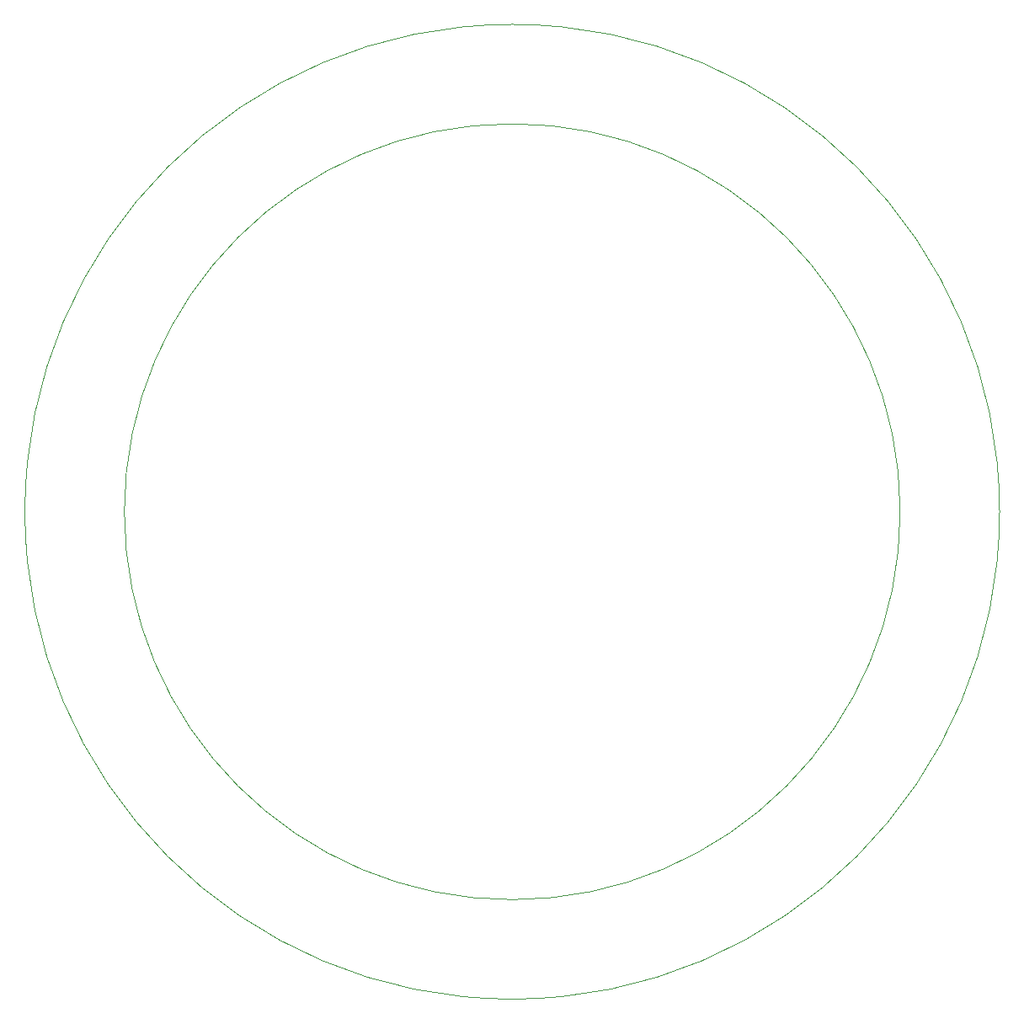
<source format=gbr>
%TF.GenerationSoftware,KiCad,Pcbnew,7.0.10*%
%TF.CreationDate,2024-02-11T22:44:29-05:00*%
%TF.ProjectId,basement_outer,62617365-6d65-46e7-945f-6f757465722e,rev?*%
%TF.SameCoordinates,Original*%
%TF.FileFunction,Profile,NP*%
%FSLAX46Y46*%
G04 Gerber Fmt 4.6, Leading zero omitted, Abs format (unit mm)*
G04 Created by KiCad (PCBNEW 7.0.10) date 2024-02-11 22:44:29*
%MOMM*%
%LPD*%
G01*
G04 APERTURE LIST*
%TA.AperFunction,Profile*%
%ADD10C,0.100000*%
%TD*%
G04 APERTURE END LIST*
D10*
X99000000Y-50000000D02*
G75*
G03*
X1000000Y-50000000I-49000000J0D01*
G01*
X1000000Y-50000000D02*
G75*
G03*
X99000000Y-50000000I49000000J0D01*
G01*
X89000000Y-50000000D02*
G75*
G03*
X11000000Y-50000000I-39000000J0D01*
G01*
X11000000Y-50000000D02*
G75*
G03*
X89000000Y-50000000I39000000J0D01*
G01*
M02*

</source>
